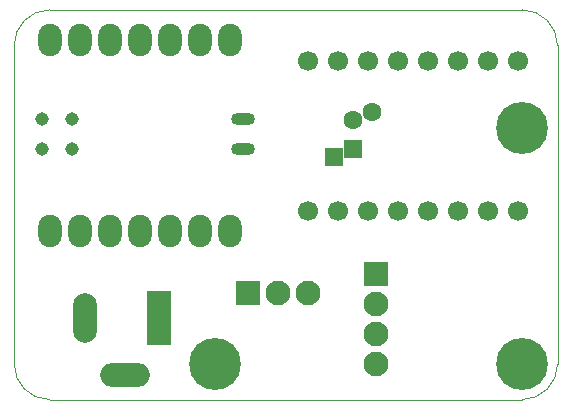
<source format=gbr>
%TF.GenerationSoftware,KiCad,Pcbnew,(6.0.9)*%
%TF.CreationDate,2023-09-21T20:23:22+02:00*%
%TF.ProjectId,EZFocus,455a466f-6375-4732-9e6b-696361645f70,rev?*%
%TF.SameCoordinates,Original*%
%TF.FileFunction,Soldermask,Top*%
%TF.FilePolarity,Negative*%
%FSLAX46Y46*%
G04 Gerber Fmt 4.6, Leading zero omitted, Abs format (unit mm)*
G04 Created by KiCad (PCBNEW (6.0.9)) date 2023-09-21 20:23:22*
%MOMM*%
%LPD*%
G01*
G04 APERTURE LIST*
%TA.AperFunction,Profile*%
%ADD10C,0.100000*%
%TD*%
%ADD11O,1.998980X2.748280*%
%ADD12O,2.032000X1.016000*%
%ADD13C,1.143000*%
%ADD14R,2.100000X2.100000*%
%ADD15C,2.100000*%
%ADD16C,0.700000*%
%ADD17C,4.400000*%
%ADD18R,1.600000X1.600000*%
%ADD19C,1.600000*%
%ADD20C,1.700000*%
%ADD21R,2.000000X4.600000*%
%ADD22O,2.000000X4.200000*%
%ADD23O,4.200000X2.000000*%
G04 APERTURE END LIST*
D10*
X118000000Y-90000000D02*
X118000000Y-63000000D01*
X75000000Y-93000000D02*
X115000000Y-93000000D01*
X75000000Y-60000000D02*
G75*
G03*
X72000000Y-63000000I0J-3000000D01*
G01*
X118000000Y-63000000D02*
G75*
G03*
X115000000Y-60000000I-3000000J0D01*
G01*
X72000000Y-90000000D02*
G75*
G03*
X75000000Y-93000000I3000000J0D01*
G01*
X115000000Y-60000000D02*
X75000000Y-60000000D01*
X72000000Y-63000000D02*
X72000000Y-90000000D01*
X115000000Y-93000000D02*
G75*
G03*
X118000000Y-90000000I0J3000000D01*
G01*
D11*
%TO.C,U1*%
X75060490Y-78681290D03*
X77600490Y-78681290D03*
X80140490Y-78681290D03*
X82680490Y-78681290D03*
X85220490Y-78681290D03*
X87760490Y-78681290D03*
X90300490Y-78681290D03*
X90300490Y-62516730D03*
X87760490Y-62516730D03*
X85220490Y-62516730D03*
X82680490Y-62516730D03*
X80140490Y-62516730D03*
X77600490Y-62516730D03*
X75060490Y-62516730D03*
D12*
X91378310Y-71814410D03*
X91378310Y-69264410D03*
D13*
X74374123Y-71815607D03*
X74374123Y-69275607D03*
X76914123Y-71815607D03*
X76914123Y-69275607D03*
%TD*%
D14*
%TO.C,J2*%
X102600000Y-82385000D03*
D15*
X102600000Y-84925000D03*
X102600000Y-87465000D03*
X102600000Y-90005000D03*
%TD*%
D14*
%TO.C,J3*%
X91760000Y-84000000D03*
D15*
X94300000Y-84000000D03*
X96840000Y-84000000D03*
%TD*%
D16*
%TO.C,REF\u002A\u002A*%
X90650000Y-90000000D03*
X87833274Y-88833274D03*
X90166726Y-91166726D03*
X87350000Y-90000000D03*
D17*
X89000000Y-90000000D03*
D16*
X89000000Y-88350000D03*
X87833274Y-91166726D03*
X89000000Y-91650000D03*
X90166726Y-88833274D03*
%TD*%
D18*
%TO.C,C1*%
X99100000Y-72470937D03*
X100700000Y-71800000D03*
D19*
X102300000Y-68629063D03*
X100700000Y-69300000D03*
%TD*%
D16*
%TO.C,REF\u002A\u002A*%
X113350000Y-70000000D03*
X116166726Y-68833274D03*
X115000000Y-71650000D03*
X115000000Y-68350000D03*
X113833274Y-71166726D03*
D17*
X115000000Y-70000000D03*
D16*
X113833274Y-68833274D03*
X116650000Y-70000000D03*
X116166726Y-71166726D03*
%TD*%
D20*
%TO.C,U2*%
X114690000Y-77000000D03*
X112150000Y-77000000D03*
X109610000Y-77000000D03*
X107070000Y-77000000D03*
X104530000Y-77000000D03*
X101990000Y-77000000D03*
X99450000Y-77000000D03*
X96910000Y-77000000D03*
X114690000Y-64300000D03*
X112150000Y-64300000D03*
X109610000Y-64300000D03*
X107070000Y-64300000D03*
X104530000Y-64300000D03*
X101990000Y-64300000D03*
X99450000Y-64300000D03*
X96910000Y-64300000D03*
%TD*%
D16*
%TO.C,REF\u002A\u002A*%
X116166726Y-88833274D03*
D17*
X115000000Y-90000000D03*
D16*
X116166726Y-91166726D03*
X113833274Y-91166726D03*
X116650000Y-90000000D03*
X113833274Y-88833274D03*
X113350000Y-90000000D03*
X115000000Y-91650000D03*
X115000000Y-88350000D03*
%TD*%
D21*
%TO.C,J1*%
X84300000Y-86100000D03*
D22*
X78000000Y-86100000D03*
D23*
X81400000Y-90900000D03*
%TD*%
M02*

</source>
